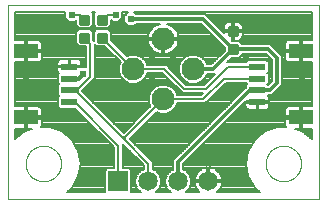
<source format=gtl>
G75*
%MOIN*%
%OFA0B0*%
%FSLAX25Y25*%
%IPPOS*%
%LPD*%
%AMOC8*
5,1,8,0,0,1.08239X$1,22.5*
%
%ADD10C,0.00100*%
%ADD11C,0.00000*%
%ADD12C,0.00875*%
%ADD13R,0.05315X0.02362*%
%ADD14R,0.07874X0.04724*%
%ADD15R,0.06500X0.06500*%
%ADD16C,0.06500*%
%ADD17C,0.07600*%
%ADD18C,0.01200*%
%ADD19C,0.02400*%
%ADD20C,0.00700*%
%ADD21C,0.00800*%
D10*
X0001350Y0007294D02*
X0001350Y0071861D01*
X0104972Y0071861D01*
X0104972Y0007294D01*
X0001350Y0007294D01*
D11*
X0007255Y0019106D02*
X0007257Y0019259D01*
X0007263Y0019413D01*
X0007273Y0019566D01*
X0007287Y0019718D01*
X0007305Y0019871D01*
X0007327Y0020022D01*
X0007352Y0020173D01*
X0007382Y0020324D01*
X0007416Y0020474D01*
X0007453Y0020622D01*
X0007494Y0020770D01*
X0007539Y0020916D01*
X0007588Y0021062D01*
X0007641Y0021206D01*
X0007697Y0021348D01*
X0007757Y0021489D01*
X0007821Y0021629D01*
X0007888Y0021767D01*
X0007959Y0021903D01*
X0008034Y0022037D01*
X0008111Y0022169D01*
X0008193Y0022299D01*
X0008277Y0022427D01*
X0008365Y0022553D01*
X0008456Y0022676D01*
X0008550Y0022797D01*
X0008648Y0022915D01*
X0008748Y0023031D01*
X0008852Y0023144D01*
X0008958Y0023255D01*
X0009067Y0023363D01*
X0009179Y0023468D01*
X0009293Y0023569D01*
X0009411Y0023668D01*
X0009530Y0023764D01*
X0009652Y0023857D01*
X0009777Y0023946D01*
X0009904Y0024033D01*
X0010033Y0024115D01*
X0010164Y0024195D01*
X0010297Y0024271D01*
X0010432Y0024344D01*
X0010569Y0024413D01*
X0010708Y0024478D01*
X0010848Y0024540D01*
X0010990Y0024598D01*
X0011133Y0024653D01*
X0011278Y0024704D01*
X0011424Y0024751D01*
X0011571Y0024794D01*
X0011719Y0024833D01*
X0011868Y0024869D01*
X0012018Y0024900D01*
X0012169Y0024928D01*
X0012320Y0024952D01*
X0012473Y0024972D01*
X0012625Y0024988D01*
X0012778Y0025000D01*
X0012931Y0025008D01*
X0013084Y0025012D01*
X0013238Y0025012D01*
X0013391Y0025008D01*
X0013544Y0025000D01*
X0013697Y0024988D01*
X0013849Y0024972D01*
X0014002Y0024952D01*
X0014153Y0024928D01*
X0014304Y0024900D01*
X0014454Y0024869D01*
X0014603Y0024833D01*
X0014751Y0024794D01*
X0014898Y0024751D01*
X0015044Y0024704D01*
X0015189Y0024653D01*
X0015332Y0024598D01*
X0015474Y0024540D01*
X0015614Y0024478D01*
X0015753Y0024413D01*
X0015890Y0024344D01*
X0016025Y0024271D01*
X0016158Y0024195D01*
X0016289Y0024115D01*
X0016418Y0024033D01*
X0016545Y0023946D01*
X0016670Y0023857D01*
X0016792Y0023764D01*
X0016911Y0023668D01*
X0017029Y0023569D01*
X0017143Y0023468D01*
X0017255Y0023363D01*
X0017364Y0023255D01*
X0017470Y0023144D01*
X0017574Y0023031D01*
X0017674Y0022915D01*
X0017772Y0022797D01*
X0017866Y0022676D01*
X0017957Y0022553D01*
X0018045Y0022427D01*
X0018129Y0022299D01*
X0018211Y0022169D01*
X0018288Y0022037D01*
X0018363Y0021903D01*
X0018434Y0021767D01*
X0018501Y0021629D01*
X0018565Y0021489D01*
X0018625Y0021348D01*
X0018681Y0021206D01*
X0018734Y0021062D01*
X0018783Y0020916D01*
X0018828Y0020770D01*
X0018869Y0020622D01*
X0018906Y0020474D01*
X0018940Y0020324D01*
X0018970Y0020173D01*
X0018995Y0020022D01*
X0019017Y0019871D01*
X0019035Y0019718D01*
X0019049Y0019566D01*
X0019059Y0019413D01*
X0019065Y0019259D01*
X0019067Y0019106D01*
X0019065Y0018953D01*
X0019059Y0018799D01*
X0019049Y0018646D01*
X0019035Y0018494D01*
X0019017Y0018341D01*
X0018995Y0018190D01*
X0018970Y0018039D01*
X0018940Y0017888D01*
X0018906Y0017738D01*
X0018869Y0017590D01*
X0018828Y0017442D01*
X0018783Y0017296D01*
X0018734Y0017150D01*
X0018681Y0017006D01*
X0018625Y0016864D01*
X0018565Y0016723D01*
X0018501Y0016583D01*
X0018434Y0016445D01*
X0018363Y0016309D01*
X0018288Y0016175D01*
X0018211Y0016043D01*
X0018129Y0015913D01*
X0018045Y0015785D01*
X0017957Y0015659D01*
X0017866Y0015536D01*
X0017772Y0015415D01*
X0017674Y0015297D01*
X0017574Y0015181D01*
X0017470Y0015068D01*
X0017364Y0014957D01*
X0017255Y0014849D01*
X0017143Y0014744D01*
X0017029Y0014643D01*
X0016911Y0014544D01*
X0016792Y0014448D01*
X0016670Y0014355D01*
X0016545Y0014266D01*
X0016418Y0014179D01*
X0016289Y0014097D01*
X0016158Y0014017D01*
X0016025Y0013941D01*
X0015890Y0013868D01*
X0015753Y0013799D01*
X0015614Y0013734D01*
X0015474Y0013672D01*
X0015332Y0013614D01*
X0015189Y0013559D01*
X0015044Y0013508D01*
X0014898Y0013461D01*
X0014751Y0013418D01*
X0014603Y0013379D01*
X0014454Y0013343D01*
X0014304Y0013312D01*
X0014153Y0013284D01*
X0014002Y0013260D01*
X0013849Y0013240D01*
X0013697Y0013224D01*
X0013544Y0013212D01*
X0013391Y0013204D01*
X0013238Y0013200D01*
X0013084Y0013200D01*
X0012931Y0013204D01*
X0012778Y0013212D01*
X0012625Y0013224D01*
X0012473Y0013240D01*
X0012320Y0013260D01*
X0012169Y0013284D01*
X0012018Y0013312D01*
X0011868Y0013343D01*
X0011719Y0013379D01*
X0011571Y0013418D01*
X0011424Y0013461D01*
X0011278Y0013508D01*
X0011133Y0013559D01*
X0010990Y0013614D01*
X0010848Y0013672D01*
X0010708Y0013734D01*
X0010569Y0013799D01*
X0010432Y0013868D01*
X0010297Y0013941D01*
X0010164Y0014017D01*
X0010033Y0014097D01*
X0009904Y0014179D01*
X0009777Y0014266D01*
X0009652Y0014355D01*
X0009530Y0014448D01*
X0009411Y0014544D01*
X0009293Y0014643D01*
X0009179Y0014744D01*
X0009067Y0014849D01*
X0008958Y0014957D01*
X0008852Y0015068D01*
X0008748Y0015181D01*
X0008648Y0015297D01*
X0008550Y0015415D01*
X0008456Y0015536D01*
X0008365Y0015659D01*
X0008277Y0015785D01*
X0008193Y0015913D01*
X0008111Y0016043D01*
X0008034Y0016175D01*
X0007959Y0016309D01*
X0007888Y0016445D01*
X0007821Y0016583D01*
X0007757Y0016723D01*
X0007697Y0016864D01*
X0007641Y0017006D01*
X0007588Y0017150D01*
X0007539Y0017296D01*
X0007494Y0017442D01*
X0007453Y0017590D01*
X0007416Y0017738D01*
X0007382Y0017888D01*
X0007352Y0018039D01*
X0007327Y0018190D01*
X0007305Y0018341D01*
X0007287Y0018494D01*
X0007273Y0018646D01*
X0007263Y0018799D01*
X0007257Y0018953D01*
X0007255Y0019106D01*
X0087255Y0019106D02*
X0087257Y0019259D01*
X0087263Y0019413D01*
X0087273Y0019566D01*
X0087287Y0019718D01*
X0087305Y0019871D01*
X0087327Y0020022D01*
X0087352Y0020173D01*
X0087382Y0020324D01*
X0087416Y0020474D01*
X0087453Y0020622D01*
X0087494Y0020770D01*
X0087539Y0020916D01*
X0087588Y0021062D01*
X0087641Y0021206D01*
X0087697Y0021348D01*
X0087757Y0021489D01*
X0087821Y0021629D01*
X0087888Y0021767D01*
X0087959Y0021903D01*
X0088034Y0022037D01*
X0088111Y0022169D01*
X0088193Y0022299D01*
X0088277Y0022427D01*
X0088365Y0022553D01*
X0088456Y0022676D01*
X0088550Y0022797D01*
X0088648Y0022915D01*
X0088748Y0023031D01*
X0088852Y0023144D01*
X0088958Y0023255D01*
X0089067Y0023363D01*
X0089179Y0023468D01*
X0089293Y0023569D01*
X0089411Y0023668D01*
X0089530Y0023764D01*
X0089652Y0023857D01*
X0089777Y0023946D01*
X0089904Y0024033D01*
X0090033Y0024115D01*
X0090164Y0024195D01*
X0090297Y0024271D01*
X0090432Y0024344D01*
X0090569Y0024413D01*
X0090708Y0024478D01*
X0090848Y0024540D01*
X0090990Y0024598D01*
X0091133Y0024653D01*
X0091278Y0024704D01*
X0091424Y0024751D01*
X0091571Y0024794D01*
X0091719Y0024833D01*
X0091868Y0024869D01*
X0092018Y0024900D01*
X0092169Y0024928D01*
X0092320Y0024952D01*
X0092473Y0024972D01*
X0092625Y0024988D01*
X0092778Y0025000D01*
X0092931Y0025008D01*
X0093084Y0025012D01*
X0093238Y0025012D01*
X0093391Y0025008D01*
X0093544Y0025000D01*
X0093697Y0024988D01*
X0093849Y0024972D01*
X0094002Y0024952D01*
X0094153Y0024928D01*
X0094304Y0024900D01*
X0094454Y0024869D01*
X0094603Y0024833D01*
X0094751Y0024794D01*
X0094898Y0024751D01*
X0095044Y0024704D01*
X0095189Y0024653D01*
X0095332Y0024598D01*
X0095474Y0024540D01*
X0095614Y0024478D01*
X0095753Y0024413D01*
X0095890Y0024344D01*
X0096025Y0024271D01*
X0096158Y0024195D01*
X0096289Y0024115D01*
X0096418Y0024033D01*
X0096545Y0023946D01*
X0096670Y0023857D01*
X0096792Y0023764D01*
X0096911Y0023668D01*
X0097029Y0023569D01*
X0097143Y0023468D01*
X0097255Y0023363D01*
X0097364Y0023255D01*
X0097470Y0023144D01*
X0097574Y0023031D01*
X0097674Y0022915D01*
X0097772Y0022797D01*
X0097866Y0022676D01*
X0097957Y0022553D01*
X0098045Y0022427D01*
X0098129Y0022299D01*
X0098211Y0022169D01*
X0098288Y0022037D01*
X0098363Y0021903D01*
X0098434Y0021767D01*
X0098501Y0021629D01*
X0098565Y0021489D01*
X0098625Y0021348D01*
X0098681Y0021206D01*
X0098734Y0021062D01*
X0098783Y0020916D01*
X0098828Y0020770D01*
X0098869Y0020622D01*
X0098906Y0020474D01*
X0098940Y0020324D01*
X0098970Y0020173D01*
X0098995Y0020022D01*
X0099017Y0019871D01*
X0099035Y0019718D01*
X0099049Y0019566D01*
X0099059Y0019413D01*
X0099065Y0019259D01*
X0099067Y0019106D01*
X0099065Y0018953D01*
X0099059Y0018799D01*
X0099049Y0018646D01*
X0099035Y0018494D01*
X0099017Y0018341D01*
X0098995Y0018190D01*
X0098970Y0018039D01*
X0098940Y0017888D01*
X0098906Y0017738D01*
X0098869Y0017590D01*
X0098828Y0017442D01*
X0098783Y0017296D01*
X0098734Y0017150D01*
X0098681Y0017006D01*
X0098625Y0016864D01*
X0098565Y0016723D01*
X0098501Y0016583D01*
X0098434Y0016445D01*
X0098363Y0016309D01*
X0098288Y0016175D01*
X0098211Y0016043D01*
X0098129Y0015913D01*
X0098045Y0015785D01*
X0097957Y0015659D01*
X0097866Y0015536D01*
X0097772Y0015415D01*
X0097674Y0015297D01*
X0097574Y0015181D01*
X0097470Y0015068D01*
X0097364Y0014957D01*
X0097255Y0014849D01*
X0097143Y0014744D01*
X0097029Y0014643D01*
X0096911Y0014544D01*
X0096792Y0014448D01*
X0096670Y0014355D01*
X0096545Y0014266D01*
X0096418Y0014179D01*
X0096289Y0014097D01*
X0096158Y0014017D01*
X0096025Y0013941D01*
X0095890Y0013868D01*
X0095753Y0013799D01*
X0095614Y0013734D01*
X0095474Y0013672D01*
X0095332Y0013614D01*
X0095189Y0013559D01*
X0095044Y0013508D01*
X0094898Y0013461D01*
X0094751Y0013418D01*
X0094603Y0013379D01*
X0094454Y0013343D01*
X0094304Y0013312D01*
X0094153Y0013284D01*
X0094002Y0013260D01*
X0093849Y0013240D01*
X0093697Y0013224D01*
X0093544Y0013212D01*
X0093391Y0013204D01*
X0093238Y0013200D01*
X0093084Y0013200D01*
X0092931Y0013204D01*
X0092778Y0013212D01*
X0092625Y0013224D01*
X0092473Y0013240D01*
X0092320Y0013260D01*
X0092169Y0013284D01*
X0092018Y0013312D01*
X0091868Y0013343D01*
X0091719Y0013379D01*
X0091571Y0013418D01*
X0091424Y0013461D01*
X0091278Y0013508D01*
X0091133Y0013559D01*
X0090990Y0013614D01*
X0090848Y0013672D01*
X0090708Y0013734D01*
X0090569Y0013799D01*
X0090432Y0013868D01*
X0090297Y0013941D01*
X0090164Y0014017D01*
X0090033Y0014097D01*
X0089904Y0014179D01*
X0089777Y0014266D01*
X0089652Y0014355D01*
X0089530Y0014448D01*
X0089411Y0014544D01*
X0089293Y0014643D01*
X0089179Y0014744D01*
X0089067Y0014849D01*
X0088958Y0014957D01*
X0088852Y0015068D01*
X0088748Y0015181D01*
X0088648Y0015297D01*
X0088550Y0015415D01*
X0088456Y0015536D01*
X0088365Y0015659D01*
X0088277Y0015785D01*
X0088193Y0015913D01*
X0088111Y0016043D01*
X0088034Y0016175D01*
X0087959Y0016309D01*
X0087888Y0016445D01*
X0087821Y0016583D01*
X0087757Y0016723D01*
X0087697Y0016864D01*
X0087641Y0017006D01*
X0087588Y0017150D01*
X0087539Y0017296D01*
X0087494Y0017442D01*
X0087453Y0017590D01*
X0087416Y0017738D01*
X0087382Y0017888D01*
X0087352Y0018039D01*
X0087327Y0018190D01*
X0087305Y0018341D01*
X0087287Y0018494D01*
X0087273Y0018646D01*
X0087263Y0018799D01*
X0087257Y0018953D01*
X0087255Y0019106D01*
D12*
X0075137Y0055881D02*
X0075137Y0058507D01*
X0077763Y0058507D01*
X0077763Y0055881D01*
X0075137Y0055881D01*
X0075137Y0056712D02*
X0077763Y0056712D01*
X0077763Y0057543D02*
X0075137Y0057543D01*
X0075137Y0058374D02*
X0077763Y0058374D01*
X0075137Y0061881D02*
X0075137Y0064507D01*
X0077763Y0064507D01*
X0077763Y0061881D01*
X0075137Y0061881D01*
X0075137Y0062712D02*
X0077763Y0062712D01*
X0077763Y0063543D02*
X0075137Y0063543D01*
X0075137Y0064374D02*
X0077763Y0064374D01*
X0034063Y0065781D02*
X0034063Y0068407D01*
X0034063Y0065781D02*
X0031437Y0065781D01*
X0031437Y0068407D01*
X0034063Y0068407D01*
X0034063Y0066612D02*
X0031437Y0066612D01*
X0031437Y0067443D02*
X0034063Y0067443D01*
X0034063Y0068274D02*
X0031437Y0068274D01*
X0028163Y0068407D02*
X0028163Y0065781D01*
X0025537Y0065781D01*
X0025537Y0068407D01*
X0028163Y0068407D01*
X0028163Y0066612D02*
X0025537Y0066612D01*
X0025537Y0067443D02*
X0028163Y0067443D01*
X0028163Y0068274D02*
X0025537Y0068274D01*
X0028163Y0062407D02*
X0028163Y0059781D01*
X0025537Y0059781D01*
X0025537Y0062407D01*
X0028163Y0062407D01*
X0028163Y0060612D02*
X0025537Y0060612D01*
X0025537Y0061443D02*
X0028163Y0061443D01*
X0028163Y0062274D02*
X0025537Y0062274D01*
X0034063Y0062407D02*
X0034063Y0059781D01*
X0031437Y0059781D01*
X0031437Y0062407D01*
X0034063Y0062407D01*
X0034063Y0060612D02*
X0031437Y0060612D01*
X0031437Y0061443D02*
X0034063Y0061443D01*
X0034063Y0062274D02*
X0031437Y0062274D01*
D13*
X0021822Y0051389D03*
X0021822Y0047452D03*
X0021822Y0043515D03*
X0021822Y0039578D03*
X0084500Y0039578D03*
X0084500Y0043515D03*
X0084500Y0047452D03*
X0084500Y0051389D03*
D14*
X0098968Y0056507D03*
X0098968Y0034460D03*
X0007354Y0034460D03*
X0007354Y0056507D03*
D15*
X0038161Y0013200D03*
D16*
X0048161Y0013200D03*
X0058161Y0013200D03*
X0068161Y0013200D03*
D17*
X0053161Y0040602D03*
X0043161Y0050602D03*
X0053161Y0060602D03*
X0063161Y0050602D03*
D18*
X0069857Y0050602D01*
X0076450Y0057194D01*
X0066350Y0067294D01*
X0042450Y0067294D01*
X0026450Y0048994D02*
X0024907Y0047452D01*
X0021822Y0047452D01*
X0058161Y0019606D02*
X0082070Y0043515D01*
X0084500Y0043515D01*
X0088570Y0043515D01*
X0090950Y0045894D01*
X0090950Y0054094D01*
X0091050Y0054194D01*
X0088050Y0057194D01*
X0076450Y0057194D01*
X0058161Y0019606D02*
X0058161Y0013200D01*
D19*
X0041350Y0019594D03*
X0041350Y0022594D03*
X0030550Y0016594D03*
X0030550Y0012594D03*
X0059550Y0037594D03*
X0049350Y0046594D03*
X0041550Y0043594D03*
X0049350Y0054594D03*
X0056350Y0054594D03*
X0042450Y0067294D03*
X0037250Y0068594D03*
X0022650Y0068594D03*
X0007350Y0051594D03*
X0007350Y0046594D03*
X0007350Y0041594D03*
X0026450Y0048994D03*
X0080550Y0054594D03*
X0099350Y0050594D03*
X0099350Y0046594D03*
X0099350Y0042594D03*
D20*
X0102572Y0042919D02*
X0090308Y0042919D01*
X0091006Y0043617D02*
X0102572Y0043617D01*
X0102572Y0044316D02*
X0091705Y0044316D01*
X0091633Y0044244D02*
X0092600Y0045211D01*
X0092600Y0053411D01*
X0092700Y0053511D01*
X0092700Y0054878D01*
X0088733Y0058844D01*
X0079250Y0058844D01*
X0079250Y0059123D01*
X0078379Y0059994D01*
X0075983Y0059994D01*
X0075883Y0060094D01*
X0076100Y0060094D01*
X0076100Y0062844D01*
X0076800Y0062844D01*
X0076800Y0060094D01*
X0077998Y0060094D01*
X0078452Y0060216D01*
X0078860Y0060452D01*
X0079193Y0060784D01*
X0079428Y0061192D01*
X0079550Y0061647D01*
X0079550Y0062845D01*
X0076800Y0062845D01*
X0076800Y0063544D01*
X0079550Y0063544D01*
X0079550Y0064742D01*
X0079428Y0065197D01*
X0079193Y0065605D01*
X0078860Y0065937D01*
X0078452Y0066173D01*
X0077998Y0066294D01*
X0076800Y0066294D01*
X0076800Y0063545D01*
X0076100Y0063545D01*
X0076100Y0066294D01*
X0074902Y0066294D01*
X0074448Y0066173D01*
X0074040Y0065937D01*
X0073707Y0065605D01*
X0073472Y0065197D01*
X0073350Y0064742D01*
X0073350Y0063544D01*
X0076100Y0063544D01*
X0076100Y0062845D01*
X0073350Y0062845D01*
X0073350Y0062628D01*
X0068000Y0067978D01*
X0067033Y0068944D01*
X0043982Y0068944D01*
X0043465Y0069461D01*
X0102572Y0069461D01*
X0102572Y0060219D01*
X0099318Y0060219D01*
X0099318Y0056857D01*
X0098618Y0056857D01*
X0098618Y0056157D01*
X0093681Y0056157D01*
X0093681Y0053967D01*
X0093773Y0053624D01*
X0093951Y0053316D01*
X0094202Y0053065D01*
X0094510Y0052887D01*
X0094853Y0052795D01*
X0098618Y0052795D01*
X0098618Y0056157D01*
X0099318Y0056157D01*
X0099318Y0052795D01*
X0102572Y0052795D01*
X0102572Y0038172D01*
X0099318Y0038172D01*
X0099318Y0034810D01*
X0098618Y0034810D01*
X0098618Y0038172D01*
X0094853Y0038172D01*
X0094510Y0038080D01*
X0094202Y0037902D01*
X0093951Y0037651D01*
X0093773Y0037343D01*
X0093681Y0037000D01*
X0093681Y0034810D01*
X0098618Y0034810D01*
X0098618Y0034110D01*
X0093681Y0034110D01*
X0093681Y0031920D01*
X0093773Y0031577D01*
X0093888Y0031377D01*
X0090997Y0031377D01*
X0086931Y0029897D01*
X0086931Y0029897D01*
X0083615Y0027115D01*
X0081451Y0023367D01*
X0080700Y0019106D01*
X0080700Y0019105D01*
X0081451Y0014844D01*
X0081451Y0014844D01*
X0083615Y0011096D01*
X0083615Y0011096D01*
X0083615Y0011096D01*
X0085285Y0009694D01*
X0071161Y0009694D01*
X0071670Y0010203D01*
X0072095Y0010789D01*
X0072424Y0011434D01*
X0072648Y0012123D01*
X0072761Y0012838D01*
X0072761Y0012850D01*
X0068511Y0012850D01*
X0068511Y0013550D01*
X0067811Y0013550D01*
X0067811Y0012850D01*
X0063561Y0012850D01*
X0063561Y0012838D01*
X0063674Y0012123D01*
X0063898Y0011434D01*
X0064227Y0010789D01*
X0064652Y0010203D01*
X0065161Y0009694D01*
X0060737Y0009694D01*
X0061806Y0010764D01*
X0062461Y0012345D01*
X0062461Y0014055D01*
X0061806Y0015636D01*
X0060597Y0016845D01*
X0059811Y0017171D01*
X0059811Y0018922D01*
X0080707Y0039819D01*
X0084259Y0039819D01*
X0084259Y0039337D01*
X0084740Y0039337D01*
X0084740Y0037047D01*
X0087335Y0037047D01*
X0087678Y0037139D01*
X0087986Y0037317D01*
X0088237Y0037568D01*
X0088415Y0037876D01*
X0088507Y0038219D01*
X0088507Y0039337D01*
X0084740Y0039337D01*
X0084740Y0039819D01*
X0088507Y0039819D01*
X0088507Y0040937D01*
X0088415Y0041280D01*
X0088237Y0041588D01*
X0088067Y0041759D01*
X0088173Y0041865D01*
X0089254Y0041865D01*
X0091633Y0044244D01*
X0092403Y0045014D02*
X0102572Y0045014D01*
X0102572Y0045713D02*
X0092600Y0045713D01*
X0092600Y0046411D02*
X0102572Y0046411D01*
X0102572Y0047110D02*
X0092600Y0047110D01*
X0092600Y0047808D02*
X0102572Y0047808D01*
X0102572Y0048507D02*
X0092600Y0048507D01*
X0092600Y0049205D02*
X0102572Y0049205D01*
X0102572Y0049904D02*
X0092600Y0049904D01*
X0092600Y0050602D02*
X0102572Y0050602D01*
X0102572Y0051301D02*
X0092600Y0051301D01*
X0092600Y0051999D02*
X0102572Y0051999D01*
X0102572Y0052698D02*
X0092600Y0052698D01*
X0092600Y0053396D02*
X0093904Y0053396D01*
X0093681Y0054095D02*
X0092700Y0054095D01*
X0092700Y0054793D02*
X0093681Y0054793D01*
X0093681Y0055492D02*
X0092086Y0055492D01*
X0091388Y0056190D02*
X0098618Y0056190D01*
X0098618Y0056857D02*
X0093681Y0056857D01*
X0093681Y0059047D01*
X0093773Y0059390D01*
X0093951Y0059698D01*
X0094202Y0059950D01*
X0094510Y0060127D01*
X0094853Y0060219D01*
X0098618Y0060219D01*
X0098618Y0056857D01*
X0098618Y0056889D02*
X0099318Y0056889D01*
X0099318Y0057587D02*
X0098618Y0057587D01*
X0098618Y0058286D02*
X0099318Y0058286D01*
X0099318Y0058984D02*
X0098618Y0058984D01*
X0098618Y0059683D02*
X0099318Y0059683D01*
X0102572Y0060381D02*
X0078738Y0060381D01*
X0078690Y0059683D02*
X0093942Y0059683D01*
X0093681Y0058984D02*
X0079250Y0058984D01*
X0076800Y0060381D02*
X0076100Y0060381D01*
X0076100Y0061080D02*
X0076800Y0061080D01*
X0076800Y0061778D02*
X0076100Y0061778D01*
X0076100Y0062477D02*
X0076800Y0062477D01*
X0076800Y0063175D02*
X0102572Y0063175D01*
X0102572Y0062477D02*
X0079550Y0062477D01*
X0079550Y0061778D02*
X0102572Y0061778D01*
X0102572Y0061080D02*
X0079363Y0061080D01*
X0079550Y0063874D02*
X0102572Y0063874D01*
X0102572Y0064572D02*
X0079550Y0064572D01*
X0079385Y0065271D02*
X0102572Y0065271D01*
X0102572Y0065969D02*
X0078804Y0065969D01*
X0076800Y0065969D02*
X0076100Y0065969D01*
X0076100Y0065271D02*
X0076800Y0065271D01*
X0076800Y0064572D02*
X0076100Y0064572D01*
X0076100Y0063874D02*
X0076800Y0063874D01*
X0076100Y0063175D02*
X0072803Y0063175D01*
X0073350Y0063874D02*
X0072104Y0063874D01*
X0071405Y0064572D02*
X0073350Y0064572D01*
X0073515Y0065271D02*
X0070707Y0065271D01*
X0070008Y0065969D02*
X0074096Y0065969D01*
X0069310Y0066668D02*
X0102572Y0066668D01*
X0102572Y0067366D02*
X0068611Y0067366D01*
X0068000Y0067978D02*
X0068000Y0067978D01*
X0067913Y0068065D02*
X0102572Y0068065D01*
X0102572Y0068763D02*
X0067214Y0068763D01*
X0065667Y0065644D02*
X0073650Y0057661D01*
X0073650Y0056728D01*
X0069174Y0052252D01*
X0067727Y0052252D01*
X0067273Y0053349D01*
X0065908Y0054713D01*
X0064126Y0055452D01*
X0062196Y0055452D01*
X0060414Y0054713D01*
X0059049Y0053349D01*
X0058311Y0051566D01*
X0058311Y0049637D01*
X0059049Y0047854D01*
X0060414Y0046490D01*
X0062196Y0045752D01*
X0064126Y0045752D01*
X0065908Y0046490D01*
X0067273Y0047854D01*
X0067727Y0048952D01*
X0070256Y0048952D01*
X0066749Y0045444D01*
X0060751Y0045444D01*
X0055200Y0050995D01*
X0055200Y0051095D01*
X0055093Y0051202D01*
X0054244Y0052052D01*
X0047810Y0052052D01*
X0047273Y0053349D01*
X0045908Y0054713D01*
X0044126Y0055452D01*
X0042196Y0055452D01*
X0040957Y0054938D01*
X0035550Y0060345D01*
X0035550Y0063023D01*
X0034679Y0063894D01*
X0030821Y0063894D01*
X0029950Y0063023D01*
X0029950Y0060045D01*
X0029650Y0060345D01*
X0029650Y0063023D01*
X0028779Y0063894D01*
X0024921Y0063894D01*
X0024050Y0063023D01*
X0024050Y0059166D01*
X0024921Y0058294D01*
X0027400Y0058294D01*
X0027400Y0051226D01*
X0027382Y0051244D01*
X0025518Y0051244D01*
X0025422Y0051148D01*
X0022063Y0051148D01*
X0022063Y0051630D01*
X0021582Y0051630D01*
X0021582Y0053920D01*
X0018987Y0053920D01*
X0018644Y0053828D01*
X0018336Y0053650D01*
X0018085Y0053399D01*
X0017907Y0053091D01*
X0017815Y0052748D01*
X0017815Y0051630D01*
X0021582Y0051630D01*
X0021582Y0051148D01*
X0017815Y0051148D01*
X0017815Y0050030D01*
X0017907Y0049687D01*
X0018085Y0049379D01*
X0018255Y0049208D01*
X0018115Y0049068D01*
X0018115Y0045836D01*
X0018467Y0045483D01*
X0018115Y0045131D01*
X0018115Y0041899D01*
X0018467Y0041546D01*
X0018115Y0041194D01*
X0018115Y0037962D01*
X0018730Y0037347D01*
X0023847Y0037347D01*
X0036711Y0024483D01*
X0036711Y0017500D01*
X0034476Y0017500D01*
X0033861Y0016885D01*
X0033861Y0009694D01*
X0021037Y0009694D01*
X0022707Y0011096D01*
X0024871Y0014844D01*
X0025622Y0019106D01*
X0024871Y0023367D01*
X0022707Y0027115D01*
X0022707Y0027115D01*
X0019392Y0029897D01*
X0015325Y0031377D01*
X0012434Y0031377D01*
X0012549Y0031577D01*
X0012641Y0031920D01*
X0012641Y0034110D01*
X0007704Y0034110D01*
X0007704Y0034810D01*
X0007004Y0034810D01*
X0007004Y0038172D01*
X0003750Y0038172D01*
X0003750Y0052795D01*
X0007004Y0052795D01*
X0007004Y0056157D01*
X0007704Y0056157D01*
X0007704Y0056857D01*
X0012641Y0056857D01*
X0012641Y0059047D01*
X0012549Y0059390D01*
X0012371Y0059698D01*
X0012120Y0059950D01*
X0011812Y0060127D01*
X0011469Y0060219D01*
X0007704Y0060219D01*
X0007704Y0056857D01*
X0007004Y0056857D01*
X0007004Y0060219D01*
X0003750Y0060219D01*
X0003750Y0069461D01*
X0020400Y0069461D01*
X0020400Y0067663D01*
X0021718Y0066344D01*
X0023582Y0066344D01*
X0024050Y0066813D01*
X0024050Y0065166D01*
X0024921Y0064294D01*
X0028779Y0064294D01*
X0029650Y0065166D01*
X0029650Y0069023D01*
X0029212Y0069461D01*
X0030388Y0069461D01*
X0029950Y0069023D01*
X0029950Y0065166D01*
X0030821Y0064294D01*
X0034679Y0064294D01*
X0035550Y0065166D01*
X0035550Y0067113D01*
X0036318Y0066344D01*
X0038182Y0066344D01*
X0039500Y0067663D01*
X0039500Y0069461D01*
X0041435Y0069461D01*
X0040200Y0068226D01*
X0040200Y0066363D01*
X0041518Y0065044D01*
X0043382Y0065044D01*
X0043982Y0065644D01*
X0052080Y0065644D01*
X0051955Y0065625D01*
X0051184Y0065374D01*
X0050462Y0065006D01*
X0049806Y0064530D01*
X0049233Y0063957D01*
X0048756Y0063301D01*
X0048388Y0062578D01*
X0048138Y0061808D01*
X0048011Y0061007D01*
X0048011Y0060952D01*
X0052811Y0060952D01*
X0052811Y0060252D01*
X0048011Y0060252D01*
X0048011Y0060196D01*
X0048138Y0059396D01*
X0048388Y0058625D01*
X0048756Y0057902D01*
X0049233Y0057247D01*
X0049806Y0056673D01*
X0050462Y0056197D01*
X0051184Y0055829D01*
X0051955Y0055578D01*
X0052756Y0055452D01*
X0052811Y0055452D01*
X0052811Y0060252D01*
X0053511Y0060252D01*
X0053511Y0060952D01*
X0058311Y0060952D01*
X0058311Y0061007D01*
X0058184Y0061808D01*
X0057934Y0062578D01*
X0057566Y0063301D01*
X0057089Y0063957D01*
X0056516Y0064530D01*
X0055860Y0065006D01*
X0055138Y0065374D01*
X0054367Y0065625D01*
X0054242Y0065644D01*
X0065667Y0065644D01*
X0066040Y0065271D02*
X0055341Y0065271D01*
X0056457Y0064572D02*
X0066739Y0064572D01*
X0067437Y0063874D02*
X0057149Y0063874D01*
X0057630Y0063175D02*
X0068136Y0063175D01*
X0068834Y0062477D02*
X0057967Y0062477D01*
X0058189Y0061778D02*
X0069533Y0061778D01*
X0070231Y0061080D02*
X0058299Y0061080D01*
X0058311Y0060252D02*
X0053511Y0060252D01*
X0053511Y0055452D01*
X0053566Y0055452D01*
X0054367Y0055578D01*
X0055138Y0055829D01*
X0055860Y0056197D01*
X0056516Y0056673D01*
X0057089Y0057247D01*
X0057566Y0057902D01*
X0057934Y0058625D01*
X0058184Y0059396D01*
X0058311Y0060196D01*
X0058311Y0060252D01*
X0058230Y0059683D02*
X0071628Y0059683D01*
X0070930Y0060381D02*
X0053511Y0060381D01*
X0053511Y0059683D02*
X0052811Y0059683D01*
X0052811Y0060381D02*
X0035550Y0060381D01*
X0035550Y0061080D02*
X0048023Y0061080D01*
X0048133Y0061778D02*
X0035550Y0061778D01*
X0035550Y0062477D02*
X0048355Y0062477D01*
X0048692Y0063175D02*
X0035398Y0063175D01*
X0034699Y0063874D02*
X0049173Y0063874D01*
X0049865Y0064572D02*
X0034957Y0064572D01*
X0035550Y0065271D02*
X0041292Y0065271D01*
X0040593Y0065969D02*
X0035550Y0065969D01*
X0035550Y0066668D02*
X0035995Y0066668D01*
X0038505Y0066668D02*
X0040200Y0066668D01*
X0040200Y0067366D02*
X0039204Y0067366D01*
X0039500Y0068065D02*
X0040200Y0068065D01*
X0040737Y0068763D02*
X0039500Y0068763D01*
X0043608Y0065271D02*
X0050981Y0065271D01*
X0048092Y0059683D02*
X0036212Y0059683D01*
X0036911Y0058984D02*
X0048271Y0058984D01*
X0048561Y0058286D02*
X0037609Y0058286D01*
X0038308Y0057587D02*
X0048985Y0057587D01*
X0049591Y0056889D02*
X0039006Y0056889D01*
X0039705Y0056190D02*
X0050475Y0056190D01*
X0052502Y0055492D02*
X0040403Y0055492D01*
X0038398Y0053396D02*
X0030300Y0053396D01*
X0030300Y0052698D02*
X0038780Y0052698D01*
X0038872Y0052922D02*
X0038311Y0051566D01*
X0038311Y0049637D01*
X0039049Y0047854D01*
X0040414Y0046490D01*
X0042196Y0045752D01*
X0044126Y0045752D01*
X0045908Y0046490D01*
X0047273Y0047854D01*
X0047810Y0049152D01*
X0052942Y0049152D01*
X0053149Y0048944D01*
X0059549Y0042544D01*
X0066349Y0042544D01*
X0065856Y0042052D01*
X0057810Y0042052D01*
X0057273Y0043349D01*
X0055908Y0044713D01*
X0054126Y0045452D01*
X0052196Y0045452D01*
X0050414Y0044713D01*
X0049049Y0043349D01*
X0048311Y0041566D01*
X0048311Y0039637D01*
X0048848Y0038340D01*
X0039902Y0029393D01*
X0026100Y0043195D01*
X0026100Y0043294D01*
X0026500Y0043694D01*
X0026950Y0044144D01*
X0030300Y0047494D01*
X0030300Y0058816D01*
X0030821Y0058294D01*
X0033499Y0058294D01*
X0038872Y0052922D01*
X0038490Y0051999D02*
X0030300Y0051999D01*
X0030300Y0051301D02*
X0038311Y0051301D01*
X0038311Y0050602D02*
X0030300Y0050602D01*
X0030300Y0049904D02*
X0038311Y0049904D01*
X0038490Y0049205D02*
X0030300Y0049205D01*
X0030300Y0048507D02*
X0038779Y0048507D01*
X0039096Y0047808D02*
X0030300Y0047808D01*
X0029916Y0047110D02*
X0039794Y0047110D01*
X0040604Y0046411D02*
X0029217Y0046411D01*
X0028519Y0045713D02*
X0056381Y0045713D01*
X0055683Y0046411D02*
X0045718Y0046411D01*
X0046528Y0047110D02*
X0054984Y0047110D01*
X0054286Y0047808D02*
X0047227Y0047808D01*
X0047543Y0048507D02*
X0053587Y0048507D01*
X0055593Y0050602D02*
X0058311Y0050602D01*
X0058311Y0049904D02*
X0056291Y0049904D01*
X0056990Y0049205D02*
X0058490Y0049205D01*
X0058779Y0048507D02*
X0057688Y0048507D01*
X0058387Y0047808D02*
X0059096Y0047808D01*
X0059085Y0047110D02*
X0059794Y0047110D01*
X0059784Y0046411D02*
X0060604Y0046411D01*
X0060482Y0045713D02*
X0067018Y0045713D01*
X0067716Y0046411D02*
X0065718Y0046411D01*
X0066528Y0047110D02*
X0068415Y0047110D01*
X0069113Y0047808D02*
X0067227Y0047808D01*
X0067543Y0048507D02*
X0069812Y0048507D01*
X0073619Y0045713D02*
X0080915Y0045713D01*
X0080792Y0045836D02*
X0081145Y0045483D01*
X0080792Y0045131D01*
X0080792Y0044570D01*
X0056511Y0020289D01*
X0056511Y0017171D01*
X0055725Y0016845D01*
X0054516Y0015636D01*
X0053861Y0014055D01*
X0053861Y0012345D01*
X0054516Y0010764D01*
X0055585Y0009694D01*
X0050737Y0009694D01*
X0051806Y0010764D01*
X0052461Y0012345D01*
X0052461Y0014055D01*
X0051806Y0015636D01*
X0050597Y0016845D01*
X0049611Y0017254D01*
X0049611Y0019684D01*
X0041953Y0027343D01*
X0050899Y0036289D01*
X0052196Y0035752D01*
X0054126Y0035752D01*
X0055908Y0036490D01*
X0057273Y0037854D01*
X0057810Y0039152D01*
X0067058Y0039152D01*
X0067907Y0040001D01*
X0073908Y0046002D01*
X0080792Y0046002D01*
X0080792Y0045836D01*
X0080792Y0045014D02*
X0072920Y0045014D01*
X0072222Y0044316D02*
X0080538Y0044316D01*
X0079839Y0043617D02*
X0071523Y0043617D01*
X0070825Y0042919D02*
X0079141Y0042919D01*
X0078442Y0042220D02*
X0070126Y0042220D01*
X0069428Y0041522D02*
X0077744Y0041522D01*
X0077045Y0040823D02*
X0068729Y0040823D01*
X0068031Y0040125D02*
X0076347Y0040125D01*
X0075648Y0039426D02*
X0067332Y0039426D01*
X0067907Y0040001D02*
X0067907Y0040001D01*
X0066025Y0042220D02*
X0057740Y0042220D01*
X0057451Y0042919D02*
X0059175Y0042919D01*
X0058477Y0043617D02*
X0057004Y0043617D01*
X0056306Y0044316D02*
X0057778Y0044316D01*
X0057080Y0045014D02*
X0055182Y0045014D01*
X0051140Y0045014D02*
X0027820Y0045014D01*
X0027122Y0044316D02*
X0050016Y0044316D01*
X0049318Y0043617D02*
X0026423Y0043617D01*
X0026500Y0043694D02*
X0026500Y0043694D01*
X0026377Y0042919D02*
X0048871Y0042919D01*
X0048582Y0042220D02*
X0027075Y0042220D01*
X0027774Y0041522D02*
X0048311Y0041522D01*
X0048311Y0040823D02*
X0028472Y0040823D01*
X0029171Y0040125D02*
X0048311Y0040125D01*
X0048398Y0039426D02*
X0029869Y0039426D01*
X0030568Y0038727D02*
X0048688Y0038727D01*
X0048538Y0038029D02*
X0031266Y0038029D01*
X0031965Y0037330D02*
X0047839Y0037330D01*
X0047141Y0036632D02*
X0032663Y0036632D01*
X0033362Y0035933D02*
X0046442Y0035933D01*
X0045744Y0035235D02*
X0034060Y0035235D01*
X0034759Y0034536D02*
X0045045Y0034536D01*
X0044347Y0033838D02*
X0035457Y0033838D01*
X0036156Y0033139D02*
X0043648Y0033139D01*
X0042950Y0032441D02*
X0036854Y0032441D01*
X0037553Y0031742D02*
X0042251Y0031742D01*
X0041553Y0031044D02*
X0038251Y0031044D01*
X0038950Y0030345D02*
X0040854Y0030345D01*
X0040156Y0029647D02*
X0039648Y0029647D01*
X0042161Y0027551D02*
X0063773Y0027551D01*
X0063075Y0026853D02*
X0042442Y0026853D01*
X0043141Y0026154D02*
X0062376Y0026154D01*
X0061678Y0025456D02*
X0043839Y0025456D01*
X0044538Y0024757D02*
X0060979Y0024757D01*
X0060281Y0024059D02*
X0045236Y0024059D01*
X0045935Y0023360D02*
X0059582Y0023360D01*
X0058884Y0022662D02*
X0046633Y0022662D01*
X0047332Y0021963D02*
X0058185Y0021963D01*
X0057487Y0021265D02*
X0048030Y0021265D01*
X0048729Y0020566D02*
X0056788Y0020566D01*
X0056511Y0019868D02*
X0049427Y0019868D01*
X0049611Y0019169D02*
X0056511Y0019169D01*
X0056511Y0018471D02*
X0049611Y0018471D01*
X0049611Y0017772D02*
X0056511Y0017772D01*
X0056276Y0017074D02*
X0050046Y0017074D01*
X0051067Y0016375D02*
X0055255Y0016375D01*
X0054557Y0015677D02*
X0051766Y0015677D01*
X0052079Y0014978D02*
X0054243Y0014978D01*
X0053954Y0014280D02*
X0052368Y0014280D01*
X0052461Y0013581D02*
X0053861Y0013581D01*
X0053861Y0012883D02*
X0052461Y0012883D01*
X0052394Y0012184D02*
X0053928Y0012184D01*
X0054217Y0011486D02*
X0052105Y0011486D01*
X0051816Y0010787D02*
X0054506Y0010787D01*
X0055191Y0010089D02*
X0051131Y0010089D01*
X0045585Y0009694D02*
X0042461Y0009694D01*
X0042461Y0016885D01*
X0041846Y0017500D01*
X0039611Y0017500D01*
X0039611Y0025583D01*
X0039749Y0025444D01*
X0046711Y0018483D01*
X0046711Y0017254D01*
X0045725Y0016845D01*
X0044516Y0015636D01*
X0043861Y0014055D01*
X0043861Y0012345D01*
X0044516Y0010764D01*
X0045585Y0009694D01*
X0045191Y0010089D02*
X0042461Y0010089D01*
X0042461Y0010787D02*
X0044506Y0010787D01*
X0044217Y0011486D02*
X0042461Y0011486D01*
X0042461Y0012184D02*
X0043928Y0012184D01*
X0043861Y0012883D02*
X0042461Y0012883D01*
X0042461Y0013581D02*
X0043861Y0013581D01*
X0043954Y0014280D02*
X0042461Y0014280D01*
X0042461Y0014978D02*
X0044243Y0014978D01*
X0044557Y0015677D02*
X0042461Y0015677D01*
X0042461Y0016375D02*
X0045255Y0016375D01*
X0046276Y0017074D02*
X0042272Y0017074D01*
X0039611Y0017772D02*
X0046711Y0017772D01*
X0046711Y0018471D02*
X0039611Y0018471D01*
X0039611Y0019169D02*
X0046025Y0019169D01*
X0045326Y0019868D02*
X0039611Y0019868D01*
X0039611Y0020566D02*
X0044628Y0020566D01*
X0043929Y0021265D02*
X0039611Y0021265D01*
X0039611Y0021963D02*
X0043231Y0021963D01*
X0042532Y0022662D02*
X0039611Y0022662D01*
X0039611Y0023360D02*
X0041834Y0023360D01*
X0041135Y0024059D02*
X0039611Y0024059D01*
X0039611Y0024757D02*
X0040437Y0024757D01*
X0039738Y0025456D02*
X0039611Y0025456D01*
X0036711Y0024059D02*
X0024471Y0024059D01*
X0024871Y0023367D02*
X0024871Y0023367D01*
X0024872Y0023360D02*
X0036711Y0023360D01*
X0036711Y0022662D02*
X0024995Y0022662D01*
X0025118Y0021963D02*
X0036711Y0021963D01*
X0036711Y0021265D02*
X0025241Y0021265D01*
X0025364Y0020566D02*
X0036711Y0020566D01*
X0036711Y0019868D02*
X0025488Y0019868D01*
X0025611Y0019169D02*
X0036711Y0019169D01*
X0036711Y0018471D02*
X0025510Y0018471D01*
X0025387Y0017772D02*
X0036711Y0017772D01*
X0034050Y0017074D02*
X0025264Y0017074D01*
X0025141Y0016375D02*
X0033861Y0016375D01*
X0033861Y0015677D02*
X0025017Y0015677D01*
X0024894Y0014978D02*
X0033861Y0014978D01*
X0033861Y0014280D02*
X0024545Y0014280D01*
X0024871Y0014844D02*
X0024871Y0014844D01*
X0024142Y0013581D02*
X0033861Y0013581D01*
X0033861Y0012883D02*
X0023738Y0012883D01*
X0023335Y0012184D02*
X0033861Y0012184D01*
X0033861Y0011486D02*
X0022932Y0011486D01*
X0022707Y0011096D02*
X0022707Y0011096D01*
X0022339Y0010787D02*
X0033861Y0010787D01*
X0033861Y0010089D02*
X0021506Y0010089D01*
X0024068Y0024757D02*
X0036437Y0024757D01*
X0035738Y0025456D02*
X0023665Y0025456D01*
X0023262Y0026154D02*
X0035040Y0026154D01*
X0034341Y0026853D02*
X0022858Y0026853D01*
X0022707Y0027115D02*
X0022707Y0027115D01*
X0022187Y0027551D02*
X0033643Y0027551D01*
X0032944Y0028250D02*
X0021355Y0028250D01*
X0020522Y0028948D02*
X0032246Y0028948D01*
X0031547Y0029647D02*
X0019690Y0029647D01*
X0018160Y0030345D02*
X0030849Y0030345D01*
X0030150Y0031044D02*
X0016241Y0031044D01*
X0012593Y0031742D02*
X0029451Y0031742D01*
X0028753Y0032441D02*
X0012641Y0032441D01*
X0012641Y0033139D02*
X0028054Y0033139D01*
X0027356Y0033838D02*
X0012641Y0033838D01*
X0012641Y0034810D02*
X0012641Y0037000D01*
X0012549Y0037343D01*
X0012371Y0037651D01*
X0012120Y0037902D01*
X0011812Y0038080D01*
X0011469Y0038172D01*
X0007704Y0038172D01*
X0007704Y0034810D01*
X0012641Y0034810D01*
X0012641Y0035235D02*
X0025959Y0035235D01*
X0026657Y0034536D02*
X0007704Y0034536D01*
X0007704Y0034110D02*
X0007704Y0030748D01*
X0009267Y0030748D01*
X0006931Y0029897D01*
X0006931Y0029897D01*
X0003750Y0027228D01*
X0003750Y0030748D01*
X0007004Y0030748D01*
X0007004Y0034110D01*
X0007704Y0034110D01*
X0007704Y0033838D02*
X0007004Y0033838D01*
X0007004Y0033139D02*
X0007704Y0033139D01*
X0007704Y0032441D02*
X0007004Y0032441D01*
X0007004Y0031742D02*
X0007704Y0031742D01*
X0007704Y0031044D02*
X0007004Y0031044D01*
X0008162Y0030345D02*
X0003750Y0030345D01*
X0003750Y0029647D02*
X0006632Y0029647D01*
X0005800Y0028948D02*
X0003750Y0028948D01*
X0003750Y0028250D02*
X0004967Y0028250D01*
X0004135Y0027551D02*
X0003750Y0027551D01*
X0007004Y0035235D02*
X0007704Y0035235D01*
X0007704Y0035933D02*
X0007004Y0035933D01*
X0007004Y0036632D02*
X0007704Y0036632D01*
X0007704Y0037330D02*
X0007004Y0037330D01*
X0007004Y0038029D02*
X0007704Y0038029D01*
X0003750Y0038727D02*
X0018115Y0038727D01*
X0018115Y0038029D02*
X0011900Y0038029D01*
X0012552Y0037330D02*
X0023863Y0037330D01*
X0024562Y0036632D02*
X0012641Y0036632D01*
X0012641Y0035933D02*
X0025260Y0035933D01*
X0018115Y0039426D02*
X0003750Y0039426D01*
X0003750Y0040125D02*
X0018115Y0040125D01*
X0018115Y0040823D02*
X0003750Y0040823D01*
X0003750Y0041522D02*
X0018443Y0041522D01*
X0018115Y0042220D02*
X0003750Y0042220D01*
X0003750Y0042919D02*
X0018115Y0042919D01*
X0018115Y0043617D02*
X0003750Y0043617D01*
X0003750Y0044316D02*
X0018115Y0044316D01*
X0018115Y0045014D02*
X0003750Y0045014D01*
X0003750Y0045713D02*
X0018238Y0045713D01*
X0018115Y0046411D02*
X0003750Y0046411D01*
X0003750Y0047110D02*
X0018115Y0047110D01*
X0018115Y0047808D02*
X0003750Y0047808D01*
X0003750Y0048507D02*
X0018115Y0048507D01*
X0018252Y0049205D02*
X0003750Y0049205D01*
X0003750Y0049904D02*
X0017849Y0049904D01*
X0017815Y0050602D02*
X0003750Y0050602D01*
X0003750Y0051301D02*
X0021582Y0051301D01*
X0022063Y0051301D02*
X0027400Y0051301D01*
X0027400Y0051999D02*
X0025830Y0051999D01*
X0025830Y0051630D02*
X0025830Y0052748D01*
X0025738Y0053091D01*
X0025560Y0053399D01*
X0025309Y0053650D01*
X0025001Y0053828D01*
X0024658Y0053920D01*
X0022063Y0053920D01*
X0022063Y0051630D01*
X0025830Y0051630D01*
X0025830Y0052698D02*
X0027400Y0052698D01*
X0027400Y0053396D02*
X0025562Y0053396D01*
X0027400Y0054095D02*
X0012641Y0054095D01*
X0012641Y0053967D02*
X0012641Y0056157D01*
X0007704Y0056157D01*
X0007704Y0052795D01*
X0011469Y0052795D01*
X0011812Y0052887D01*
X0012120Y0053065D01*
X0012371Y0053316D01*
X0012549Y0053624D01*
X0012641Y0053967D01*
X0012418Y0053396D02*
X0018083Y0053396D01*
X0017815Y0052698D02*
X0003750Y0052698D01*
X0003750Y0051999D02*
X0017815Y0051999D01*
X0021582Y0051999D02*
X0022063Y0051999D01*
X0022063Y0052698D02*
X0021582Y0052698D01*
X0021582Y0053396D02*
X0022063Y0053396D01*
X0027400Y0054793D02*
X0012641Y0054793D01*
X0012641Y0055492D02*
X0027400Y0055492D01*
X0027400Y0056190D02*
X0007704Y0056190D01*
X0007704Y0055492D02*
X0007004Y0055492D01*
X0007004Y0054793D02*
X0007704Y0054793D01*
X0007704Y0054095D02*
X0007004Y0054095D01*
X0007004Y0053396D02*
X0007704Y0053396D01*
X0007704Y0056889D02*
X0007004Y0056889D01*
X0007004Y0057587D02*
X0007704Y0057587D01*
X0007704Y0058286D02*
X0007004Y0058286D01*
X0007004Y0058984D02*
X0007704Y0058984D01*
X0007704Y0059683D02*
X0007004Y0059683D01*
X0003750Y0060381D02*
X0024050Y0060381D01*
X0024050Y0059683D02*
X0012380Y0059683D01*
X0012641Y0058984D02*
X0024232Y0058984D01*
X0024050Y0061080D02*
X0003750Y0061080D01*
X0003750Y0061778D02*
X0024050Y0061778D01*
X0024050Y0062477D02*
X0003750Y0062477D01*
X0003750Y0063175D02*
X0024202Y0063175D01*
X0024901Y0063874D02*
X0003750Y0063874D01*
X0003750Y0064572D02*
X0024643Y0064572D01*
X0024050Y0065271D02*
X0003750Y0065271D01*
X0003750Y0065969D02*
X0024050Y0065969D01*
X0024050Y0066668D02*
X0023905Y0066668D01*
X0021395Y0066668D02*
X0003750Y0066668D01*
X0003750Y0067366D02*
X0020696Y0067366D01*
X0020400Y0068065D02*
X0003750Y0068065D01*
X0003750Y0068763D02*
X0020400Y0068763D01*
X0028799Y0063874D02*
X0030801Y0063874D01*
X0030543Y0064572D02*
X0029057Y0064572D01*
X0029650Y0065271D02*
X0029950Y0065271D01*
X0029950Y0065969D02*
X0029650Y0065969D01*
X0029650Y0066668D02*
X0029950Y0066668D01*
X0029950Y0067366D02*
X0029650Y0067366D01*
X0029650Y0068065D02*
X0029950Y0068065D01*
X0029950Y0068763D02*
X0029650Y0068763D01*
X0029498Y0063175D02*
X0030102Y0063175D01*
X0029950Y0062477D02*
X0029650Y0062477D01*
X0029650Y0061778D02*
X0029950Y0061778D01*
X0029950Y0061080D02*
X0029650Y0061080D01*
X0029650Y0060381D02*
X0029950Y0060381D01*
X0030300Y0058286D02*
X0033508Y0058286D01*
X0034207Y0057587D02*
X0030300Y0057587D01*
X0030300Y0056889D02*
X0034905Y0056889D01*
X0035604Y0056190D02*
X0030300Y0056190D01*
X0030300Y0055492D02*
X0036302Y0055492D01*
X0037001Y0054793D02*
X0030300Y0054793D01*
X0030300Y0054095D02*
X0037699Y0054095D01*
X0045715Y0054793D02*
X0060607Y0054793D01*
X0059795Y0054095D02*
X0046527Y0054095D01*
X0047225Y0053396D02*
X0059097Y0053396D01*
X0058780Y0052698D02*
X0047542Y0052698D01*
X0052811Y0055492D02*
X0053511Y0055492D01*
X0053820Y0055492D02*
X0072414Y0055492D01*
X0073112Y0056190D02*
X0055847Y0056190D01*
X0056731Y0056889D02*
X0073650Y0056889D01*
X0073650Y0057587D02*
X0057337Y0057587D01*
X0057761Y0058286D02*
X0073025Y0058286D01*
X0072327Y0058984D02*
X0058051Y0058984D01*
X0053511Y0058984D02*
X0052811Y0058984D01*
X0052811Y0058286D02*
X0053511Y0058286D01*
X0053511Y0057587D02*
X0052811Y0057587D01*
X0052811Y0056889D02*
X0053511Y0056889D01*
X0053511Y0056190D02*
X0052811Y0056190D01*
X0054296Y0051999D02*
X0058490Y0051999D01*
X0058311Y0051301D02*
X0054994Y0051301D01*
X0065715Y0054793D02*
X0071715Y0054793D01*
X0071017Y0054095D02*
X0066527Y0054095D01*
X0067225Y0053396D02*
X0070318Y0053396D01*
X0069620Y0052698D02*
X0067542Y0052698D01*
X0074428Y0052839D02*
X0075983Y0054394D01*
X0078379Y0054394D01*
X0079250Y0055266D01*
X0079250Y0055544D01*
X0087367Y0055544D01*
X0089300Y0053611D01*
X0089300Y0046578D01*
X0088030Y0045308D01*
X0087855Y0045483D01*
X0088207Y0045836D01*
X0088207Y0049068D01*
X0087855Y0049420D01*
X0088207Y0049773D01*
X0088207Y0053005D01*
X0087592Y0053620D01*
X0081407Y0053620D01*
X0080792Y0053005D01*
X0080792Y0052839D01*
X0074428Y0052839D01*
X0074985Y0053396D02*
X0081183Y0053396D01*
X0078777Y0054793D02*
X0088118Y0054793D01*
X0088816Y0054095D02*
X0075684Y0054095D01*
X0079250Y0055492D02*
X0087419Y0055492D01*
X0087816Y0053396D02*
X0089300Y0053396D01*
X0089300Y0052698D02*
X0088207Y0052698D01*
X0088207Y0051999D02*
X0089300Y0051999D01*
X0089300Y0051301D02*
X0088207Y0051301D01*
X0088207Y0050602D02*
X0089300Y0050602D01*
X0089300Y0049904D02*
X0088207Y0049904D01*
X0088070Y0049205D02*
X0089300Y0049205D01*
X0089300Y0048507D02*
X0088207Y0048507D01*
X0088207Y0047808D02*
X0089300Y0047808D01*
X0089300Y0047110D02*
X0088207Y0047110D01*
X0088207Y0046411D02*
X0089133Y0046411D01*
X0088435Y0045713D02*
X0088084Y0045713D01*
X0089609Y0042220D02*
X0102572Y0042220D01*
X0102572Y0041522D02*
X0088276Y0041522D01*
X0088507Y0040823D02*
X0102572Y0040823D01*
X0102572Y0040125D02*
X0088507Y0040125D01*
X0088507Y0038727D02*
X0102572Y0038727D01*
X0102572Y0039426D02*
X0084740Y0039426D01*
X0084259Y0039426D02*
X0080315Y0039426D01*
X0080492Y0039337D02*
X0080492Y0038219D01*
X0080584Y0037876D01*
X0080762Y0037568D01*
X0081013Y0037317D01*
X0081321Y0037139D01*
X0081664Y0037047D01*
X0084259Y0037047D01*
X0084259Y0039337D01*
X0080492Y0039337D01*
X0080492Y0038727D02*
X0079616Y0038727D01*
X0078918Y0038029D02*
X0080543Y0038029D01*
X0080999Y0037330D02*
X0078219Y0037330D01*
X0077521Y0036632D02*
X0093681Y0036632D01*
X0093681Y0035933D02*
X0076822Y0035933D01*
X0076124Y0035235D02*
X0093681Y0035235D01*
X0093681Y0033838D02*
X0074727Y0033838D01*
X0075425Y0034536D02*
X0098618Y0034536D01*
X0098618Y0034110D02*
X0099318Y0034110D01*
X0099318Y0030748D01*
X0102572Y0030748D01*
X0102572Y0027228D01*
X0099392Y0029897D01*
X0099392Y0029897D01*
X0097055Y0030748D01*
X0098618Y0030748D01*
X0098618Y0034110D01*
X0098618Y0033838D02*
X0099318Y0033838D01*
X0099318Y0033139D02*
X0098618Y0033139D01*
X0098618Y0032441D02*
X0099318Y0032441D01*
X0099318Y0031742D02*
X0098618Y0031742D01*
X0098618Y0031044D02*
X0099318Y0031044D01*
X0098160Y0030345D02*
X0102572Y0030345D01*
X0102572Y0029647D02*
X0099690Y0029647D01*
X0100522Y0028948D02*
X0102572Y0028948D01*
X0102572Y0028250D02*
X0101355Y0028250D01*
X0102187Y0027551D02*
X0102572Y0027551D01*
X0093729Y0031742D02*
X0072631Y0031742D01*
X0071933Y0031044D02*
X0090081Y0031044D01*
X0088162Y0030345D02*
X0071234Y0030345D01*
X0070536Y0029647D02*
X0086632Y0029647D01*
X0085800Y0028948D02*
X0069837Y0028948D01*
X0069139Y0028250D02*
X0084967Y0028250D01*
X0084135Y0027551D02*
X0068440Y0027551D01*
X0067742Y0026853D02*
X0083464Y0026853D01*
X0083615Y0027115D02*
X0083615Y0027115D01*
X0083060Y0026154D02*
X0067043Y0026154D01*
X0066345Y0025456D02*
X0082657Y0025456D01*
X0082254Y0024757D02*
X0065646Y0024757D01*
X0064948Y0024059D02*
X0081851Y0024059D01*
X0081451Y0023367D02*
X0081451Y0023367D01*
X0081450Y0023360D02*
X0064249Y0023360D01*
X0063551Y0022662D02*
X0081327Y0022662D01*
X0081204Y0021963D02*
X0062852Y0021963D01*
X0062154Y0021265D02*
X0081081Y0021265D01*
X0080958Y0020566D02*
X0061455Y0020566D01*
X0060757Y0019868D02*
X0080834Y0019868D01*
X0080711Y0019169D02*
X0060058Y0019169D01*
X0059811Y0018471D02*
X0080812Y0018471D01*
X0080935Y0017772D02*
X0068699Y0017772D01*
X0068523Y0017800D02*
X0069238Y0017687D01*
X0069927Y0017463D01*
X0070572Y0017134D01*
X0071158Y0016709D01*
X0071670Y0016197D01*
X0072095Y0015611D01*
X0072424Y0014966D01*
X0072648Y0014277D01*
X0072761Y0013562D01*
X0072761Y0013550D01*
X0068511Y0013550D01*
X0068511Y0017800D01*
X0068523Y0017800D01*
X0068511Y0017772D02*
X0067811Y0017772D01*
X0067811Y0017800D02*
X0067799Y0017800D01*
X0067084Y0017687D01*
X0066395Y0017463D01*
X0065750Y0017134D01*
X0065164Y0016709D01*
X0064652Y0016197D01*
X0064227Y0015611D01*
X0063898Y0014966D01*
X0063674Y0014277D01*
X0063561Y0013562D01*
X0063561Y0013550D01*
X0067811Y0013550D01*
X0067811Y0017800D01*
X0067623Y0017772D02*
X0059811Y0017772D01*
X0060046Y0017074D02*
X0065667Y0017074D01*
X0064831Y0016375D02*
X0061067Y0016375D01*
X0061766Y0015677D02*
X0064274Y0015677D01*
X0063904Y0014978D02*
X0062079Y0014978D01*
X0062368Y0014280D02*
X0063675Y0014280D01*
X0063564Y0013581D02*
X0062461Y0013581D01*
X0062461Y0012883D02*
X0067811Y0012883D01*
X0067811Y0013581D02*
X0068511Y0013581D01*
X0068511Y0012883D02*
X0082584Y0012883D01*
X0082180Y0013581D02*
X0072758Y0013581D01*
X0072647Y0014280D02*
X0081777Y0014280D01*
X0081428Y0014978D02*
X0072418Y0014978D01*
X0072048Y0015677D02*
X0081305Y0015677D01*
X0081181Y0016375D02*
X0071491Y0016375D01*
X0070655Y0017074D02*
X0081058Y0017074D01*
X0082987Y0012184D02*
X0072657Y0012184D01*
X0072441Y0011486D02*
X0083390Y0011486D01*
X0083983Y0010787D02*
X0072094Y0010787D01*
X0071555Y0010089D02*
X0084816Y0010089D01*
X0068511Y0014280D02*
X0067811Y0014280D01*
X0067811Y0014978D02*
X0068511Y0014978D01*
X0068511Y0015677D02*
X0067811Y0015677D01*
X0067811Y0016375D02*
X0068511Y0016375D01*
X0068511Y0017074D02*
X0067811Y0017074D01*
X0063665Y0012184D02*
X0062394Y0012184D01*
X0062105Y0011486D02*
X0063881Y0011486D01*
X0064228Y0010787D02*
X0061816Y0010787D01*
X0061131Y0010089D02*
X0064767Y0010089D01*
X0064472Y0028250D02*
X0042860Y0028250D01*
X0043558Y0028948D02*
X0065170Y0028948D01*
X0065869Y0029647D02*
X0044257Y0029647D01*
X0044955Y0030345D02*
X0066567Y0030345D01*
X0067266Y0031044D02*
X0045654Y0031044D01*
X0046352Y0031742D02*
X0067964Y0031742D01*
X0068663Y0032441D02*
X0047051Y0032441D01*
X0047749Y0033139D02*
X0069361Y0033139D01*
X0070060Y0033838D02*
X0048448Y0033838D01*
X0049146Y0034536D02*
X0070759Y0034536D01*
X0071457Y0035235D02*
X0049845Y0035235D01*
X0050543Y0035933D02*
X0051757Y0035933D01*
X0054565Y0035933D02*
X0072156Y0035933D01*
X0072854Y0036632D02*
X0056050Y0036632D01*
X0056749Y0037330D02*
X0073553Y0037330D01*
X0074251Y0038029D02*
X0057345Y0038029D01*
X0057634Y0038727D02*
X0074950Y0038727D01*
X0074028Y0033139D02*
X0093681Y0033139D01*
X0093681Y0032441D02*
X0073330Y0032441D01*
X0084259Y0037330D02*
X0084740Y0037330D01*
X0084740Y0038029D02*
X0084259Y0038029D01*
X0084259Y0038727D02*
X0084740Y0038727D01*
X0088000Y0037330D02*
X0093770Y0037330D01*
X0094422Y0038029D02*
X0088456Y0038029D01*
X0098618Y0038029D02*
X0099318Y0038029D01*
X0099318Y0037330D02*
X0098618Y0037330D01*
X0098618Y0036632D02*
X0099318Y0036632D01*
X0099318Y0035933D02*
X0098618Y0035933D01*
X0098618Y0035235D02*
X0099318Y0035235D01*
X0099318Y0053396D02*
X0098618Y0053396D01*
X0098618Y0054095D02*
X0099318Y0054095D01*
X0099318Y0054793D02*
X0098618Y0054793D01*
X0098618Y0055492D02*
X0099318Y0055492D01*
X0093681Y0056889D02*
X0090689Y0056889D01*
X0089991Y0057587D02*
X0093681Y0057587D01*
X0093681Y0058286D02*
X0089292Y0058286D01*
X0027400Y0058286D02*
X0012641Y0058286D01*
X0012641Y0057587D02*
X0027400Y0057587D01*
X0027400Y0056889D02*
X0012641Y0056889D01*
D21*
X0026850Y0061094D02*
X0028850Y0059094D01*
X0028850Y0048094D01*
X0025500Y0044744D01*
X0025050Y0044294D01*
X0022602Y0044294D01*
X0021822Y0043515D01*
X0024270Y0043515D01*
X0024700Y0043944D01*
X0024650Y0043894D01*
X0024650Y0042594D01*
X0039350Y0027894D01*
X0040454Y0027894D01*
X0040350Y0027791D01*
X0040350Y0026894D01*
X0048161Y0019083D01*
X0048161Y0013200D01*
X0038161Y0013200D02*
X0038161Y0025083D01*
X0023667Y0039578D01*
X0021822Y0039578D01*
X0024650Y0042594D02*
X0023730Y0043515D01*
X0021822Y0043515D01*
X0024700Y0043944D02*
X0025050Y0044294D01*
X0032750Y0061094D02*
X0043161Y0050683D01*
X0043161Y0050602D01*
X0053643Y0050602D01*
X0053750Y0050494D01*
X0053750Y0050394D01*
X0060150Y0043994D01*
X0067350Y0043994D01*
X0074744Y0051389D01*
X0084500Y0051389D01*
X0084500Y0047452D02*
X0073307Y0047452D01*
X0066457Y0040602D01*
X0053161Y0040602D01*
X0040454Y0027894D01*
X0040350Y0026894D02*
X0039350Y0027894D01*
X0032750Y0067094D02*
X0034250Y0068594D01*
X0037250Y0068594D01*
X0026850Y0067094D02*
X0025350Y0068594D01*
X0022650Y0068594D01*
M02*

</source>
